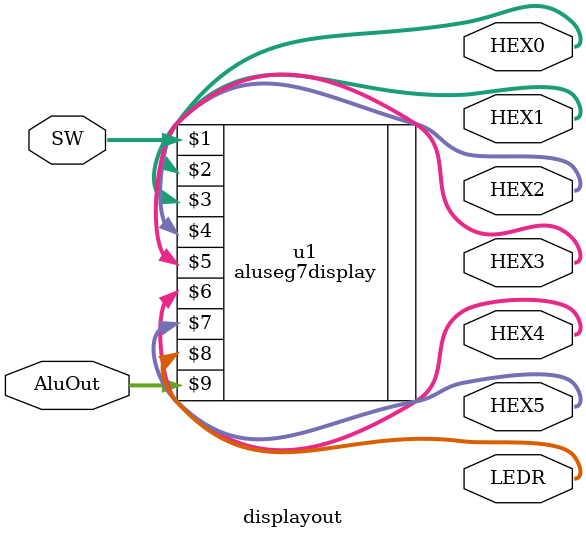
<source format=v>
module displayout(SW, AluOut, HEX0, HEX1, HEX2, HEX3, HEX4, HEX5, LEDR);

input [7:0] SW;
input [7:0] AluOut;
output [6:0] HEX0, HEX1, HEX2, HEX3, HEX4, HEX5;
output [7:0] LEDR;

aluseg7display u1(SW,HEX0, HEX1, HEX2, HEX3, HEX4, HEX5, LEDR, AluOut);


endmodule

</source>
